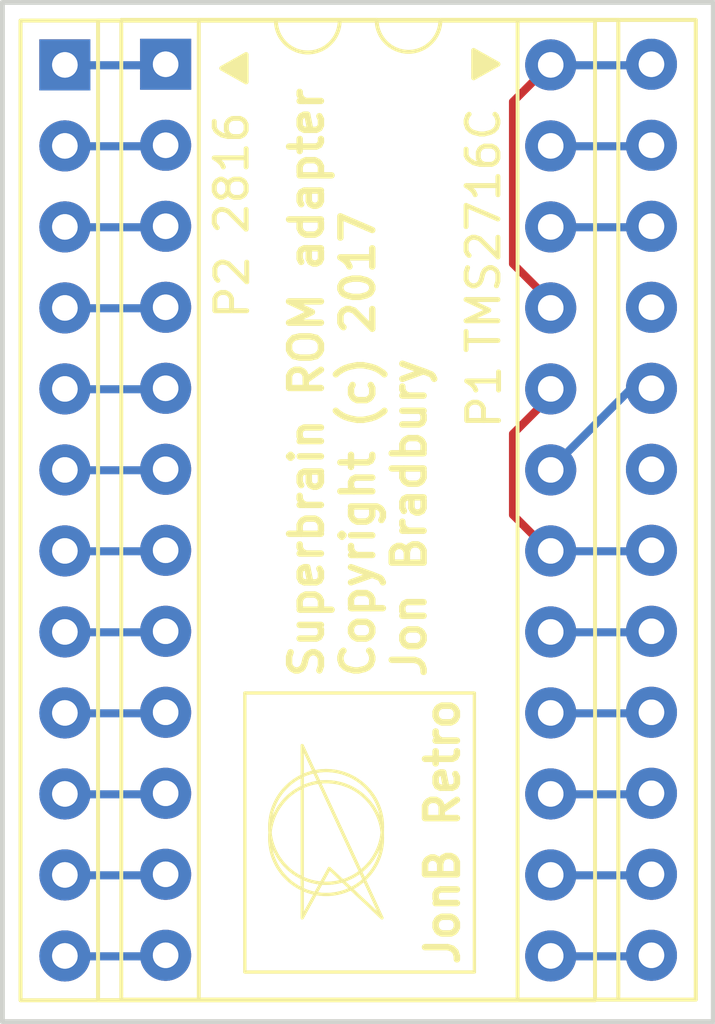
<source format=kicad_pcb>
(kicad_pcb (version 4) (host pcbnew 4.0.5)

  (general
    (links 72)
    (no_connects 0)
    (area 102.994999 89.294999 125.445001 121.405001)
    (thickness 1.6)
    (drawings 31)
    (tracks 158)
    (zones 0)
    (modules 4)
    (nets 25)
  )

  (page A4)
  (layers
    (0 F.Cu signal)
    (31 B.Cu signal)
    (32 B.Adhes user)
    (33 F.Adhes user)
    (34 B.Paste user)
    (35 F.Paste user)
    (36 B.SilkS user)
    (37 F.SilkS user)
    (38 B.Mask user)
    (39 F.Mask user)
    (40 Dwgs.User user)
    (41 Cmts.User user)
    (42 Eco1.User user)
    (43 Eco2.User user)
    (44 Edge.Cuts user)
    (45 Margin user)
    (46 B.CrtYd user)
    (47 F.CrtYd user)
    (48 B.Fab user)
    (49 F.Fab user)
  )

  (setup
    (last_trace_width 0.25)
    (trace_clearance 0.2)
    (zone_clearance 0.508)
    (zone_45_only no)
    (trace_min 0.2)
    (segment_width 0.2)
    (edge_width 0.15)
    (via_size 0.6)
    (via_drill 0.4)
    (via_min_size 0.4)
    (via_min_drill 0.3)
    (uvia_size 0.3)
    (uvia_drill 0.1)
    (uvias_allowed no)
    (uvia_min_size 0.2)
    (uvia_min_drill 0.1)
    (pcb_text_width 0.3)
    (pcb_text_size 1.5 1.5)
    (mod_edge_width 0.15)
    (mod_text_size 1 1)
    (mod_text_width 0.15)
    (pad_size 1.524 1.524)
    (pad_drill 0.762)
    (pad_to_mask_clearance 0.2)
    (aux_axis_origin 0 0)
    (visible_elements 7FFFF7FF)
    (pcbplotparams
      (layerselection 0x010f0_80000001)
      (usegerberextensions true)
      (excludeedgelayer false)
      (linewidth 0.100000)
      (plotframeref false)
      (viasonmask false)
      (mode 1)
      (useauxorigin false)
      (hpglpennumber 1)
      (hpglpenspeed 20)
      (hpglpendiameter 15)
      (hpglpenoverlay 2)
      (psnegative false)
      (psa4output false)
      (plotreference true)
      (plotvalue true)
      (plotinvisibletext false)
      (padsonsilk false)
      (subtractmaskfromsilk true)
      (outputformat 1)
      (mirror false)
      (drillshape 0)
      (scaleselection 1)
      (outputdirectory ""))
  )

  (net 0 "")
  (net 1 /A7)
  (net 2 /D3)
  (net 3 /A6)
  (net 4 /D4)
  (net 5 /A5)
  (net 6 /D5)
  (net 7 /A4)
  (net 8 /D6)
  (net 9 /A3)
  (net 10 /D7)
  (net 11 /A2)
  (net 12 //CS)
  (net 13 /A1)
  (net 14 /A0)
  (net 15 /A10)
  (net 16 /D0)
  (net 17 /D1)
  (net 18 /A9)
  (net 19 /D2)
  (net 20 /A8)
  (net 21 //WE)
  (net 22 /VDD-+12v)
  (net 23 /Vbb.-5v)
  (net 24 /GND)

  (net_class Default "This is the default net class."
    (clearance 0.2)
    (trace_width 0.25)
    (via_dia 0.6)
    (via_drill 0.4)
    (uvia_dia 0.3)
    (uvia_drill 0.1)
    (add_net //CS)
    (add_net //WE)
    (add_net /A0)
    (add_net /A1)
    (add_net /A10)
    (add_net /A2)
    (add_net /A3)
    (add_net /A4)
    (add_net /A5)
    (add_net /A6)
    (add_net /A7)
    (add_net /A8)
    (add_net /A9)
    (add_net /D0)
    (add_net /D1)
    (add_net /D2)
    (add_net /D3)
    (add_net /D4)
    (add_net /D5)
    (add_net /D6)
    (add_net /D7)
    (add_net /GND)
    (add_net /VDD-+12v)
    (add_net /Vbb.-5v)
  )

  (module Housings_DIP:DIP-24_W15.24mm_Socket (layer F.Cu) (tedit 58EE5273) (tstamp 58EE5571)
    (at 105.03 91.33)
    (descr "24-lead dip package, row spacing 15.24 mm (600 mils), Socket")
    (tags "DIL DIP PDIP 2.54mm 15.24mm 600mil Socket")
    (path /58ECEC0A)
    (fp_text reference P2 (at 5.25 6.97 90) (layer F.SilkS)
      (effects (font (size 1 1) (thickness 0.15)))
    )
    (fp_text value "2816 ▲" (at 5.23 2.39 90) (layer F.SilkS)
      (effects (font (size 1 1) (thickness 0.15)))
    )
    (fp_text user "" (at 7.62 13.97) (layer F.Fab)
      (effects (font (size 1 1) (thickness 0.15)))
    )
    (fp_line (start 1.255 -1.27) (end 14.985 -1.27) (layer F.Fab) (width 0.1))
    (fp_line (start 14.985 -1.27) (end 14.985 29.21) (layer F.Fab) (width 0.1))
    (fp_line (start 14.985 29.21) (end 0.255 29.21) (layer F.Fab) (width 0.1))
    (fp_line (start 0.255 29.21) (end 0.255 -0.27) (layer F.Fab) (width 0.1))
    (fp_line (start 0.255 -0.27) (end 1.255 -1.27) (layer F.Fab) (width 0.1))
    (fp_line (start -1.27 -1.27) (end -1.27 29.21) (layer F.Fab) (width 0.1))
    (fp_line (start -1.27 29.21) (end 16.51 29.21) (layer F.Fab) (width 0.1))
    (fp_line (start 16.51 29.21) (end 16.51 -1.27) (layer F.Fab) (width 0.1))
    (fp_line (start 16.51 -1.27) (end -1.27 -1.27) (layer F.Fab) (width 0.1))
    (fp_line (start 6.62 -1.39) (end 1.04 -1.39) (layer F.SilkS) (width 0.12))
    (fp_line (start 1.04 -1.39) (end 1.04 29.33) (layer F.SilkS) (width 0.12))
    (fp_line (start 1.04 29.33) (end 14.2 29.33) (layer F.SilkS) (width 0.12))
    (fp_line (start 14.2 29.33) (end 14.2 -1.39) (layer F.SilkS) (width 0.12))
    (fp_line (start 14.2 -1.39) (end 8.62 -1.39) (layer F.SilkS) (width 0.12))
    (fp_line (start -1.39 -1.39) (end -1.39 29.33) (layer F.SilkS) (width 0.12))
    (fp_line (start -1.39 29.33) (end 16.63 29.33) (layer F.SilkS) (width 0.12))
    (fp_line (start 16.63 29.33) (end 16.63 -1.39) (layer F.SilkS) (width 0.12))
    (fp_line (start 16.63 -1.39) (end -1.39 -1.39) (layer F.SilkS) (width 0.12))
    (fp_line (start -1.7 -1.7) (end -1.7 29.6) (layer F.CrtYd) (width 0.05))
    (fp_line (start -1.7 29.6) (end 16.9 29.6) (layer F.CrtYd) (width 0.05))
    (fp_line (start 16.9 29.6) (end 16.9 -1.7) (layer F.CrtYd) (width 0.05))
    (fp_line (start 16.9 -1.7) (end -1.7 -1.7) (layer F.CrtYd) (width 0.05))
    (fp_arc (start 7.62 -1.39) (end 6.62 -1.39) (angle -180) (layer F.SilkS) (width 0.12))
    (pad 1 thru_hole rect (at 0 0) (size 1.6 1.6) (drill 0.8) (layers *.Cu *.Mask)
      (net 1 /A7))
    (pad 13 thru_hole oval (at 15.24 27.94) (size 1.6 1.6) (drill 0.8) (layers *.Cu *.Mask)
      (net 2 /D3))
    (pad 2 thru_hole oval (at 0 2.54) (size 1.6 1.6) (drill 0.8) (layers *.Cu *.Mask)
      (net 3 /A6))
    (pad 14 thru_hole oval (at 15.24 25.4) (size 1.6 1.6) (drill 0.8) (layers *.Cu *.Mask)
      (net 4 /D4))
    (pad 3 thru_hole oval (at 0 5.08) (size 1.6 1.6) (drill 0.8) (layers *.Cu *.Mask)
      (net 5 /A5))
    (pad 15 thru_hole oval (at 15.24 22.86) (size 1.6 1.6) (drill 0.8) (layers *.Cu *.Mask)
      (net 6 /D5))
    (pad 4 thru_hole oval (at 0 7.62) (size 1.6 1.6) (drill 0.8) (layers *.Cu *.Mask)
      (net 7 /A4))
    (pad 16 thru_hole oval (at 15.24 20.32) (size 1.6 1.6) (drill 0.8) (layers *.Cu *.Mask)
      (net 8 /D6))
    (pad 5 thru_hole oval (at 0 10.16) (size 1.6 1.6) (drill 0.8) (layers *.Cu *.Mask)
      (net 9 /A3))
    (pad 17 thru_hole oval (at 15.24 17.78) (size 1.6 1.6) (drill 0.8) (layers *.Cu *.Mask)
      (net 10 /D7))
    (pad 6 thru_hole oval (at 0 12.7) (size 1.6 1.6) (drill 0.8) (layers *.Cu *.Mask)
      (net 11 /A2))
    (pad 18 thru_hole oval (at 15.24 15.24) (size 1.6 1.6) (drill 0.8) (layers *.Cu *.Mask)
      (net 12 //CS))
    (pad 7 thru_hole oval (at 0 15.24) (size 1.6 1.6) (drill 0.8) (layers *.Cu *.Mask)
      (net 13 /A1))
    (pad 19 thru_hole oval (at 15.24 12.7) (size 1.6 1.6) (drill 0.8) (layers *.Cu *.Mask)
      (net 15 /A10))
    (pad 8 thru_hole oval (at 0 17.78) (size 1.6 1.6) (drill 0.8) (layers *.Cu *.Mask)
      (net 14 /A0))
    (pad 20 thru_hole oval (at 15.24 10.16) (size 1.6 1.6) (drill 0.8) (layers *.Cu *.Mask)
      (net 12 //CS))
    (pad 9 thru_hole oval (at 0 20.32) (size 1.6 1.6) (drill 0.8) (layers *.Cu *.Mask)
      (net 16 /D0))
    (pad 21 thru_hole oval (at 15.24 7.62) (size 1.6 1.6) (drill 0.8) (layers *.Cu *.Mask)
      (net 21 //WE))
    (pad 10 thru_hole oval (at 0 22.86) (size 1.6 1.6) (drill 0.8) (layers *.Cu *.Mask)
      (net 17 /D1))
    (pad 22 thru_hole oval (at 15.24 5.08) (size 1.6 1.6) (drill 0.8) (layers *.Cu *.Mask)
      (net 18 /A9))
    (pad 11 thru_hole oval (at 0 25.4) (size 1.6 1.6) (drill 0.8) (layers *.Cu *.Mask)
      (net 19 /D2))
    (pad 23 thru_hole oval (at 15.24 2.54) (size 1.6 1.6) (drill 0.8) (layers *.Cu *.Mask)
      (net 20 /A8))
    (pad 12 thru_hole oval (at 0 27.94) (size 1.6 1.6) (drill 0.8) (layers *.Cu *.Mask)
      (net 24 /GND))
    (pad 24 thru_hole oval (at 15.24 0) (size 1.6 1.6) (drill 0.8) (layers *.Cu *.Mask)
      (net 21 //WE))
    (model Housings_DIP.3dshapes/DIP-24_W15.24mm_Socket.wrl
      (at (xyz 0 0 0))
      (scale (xyz 1 1 1))
      (rotate (xyz 0 0 0))
    )
  )

  (module Housings_DIP:DIP-24_W15.24mm_Socket (layer F.Cu) (tedit 58EE5266) (tstamp 58EE553E)
    (at 108.19 91.31)
    (descr "24-lead dip package, row spacing 15.24 mm (600 mils), Socket")
    (tags "DIL DIP PDIP 2.54mm 15.24mm 600mil Socket")
    (path /58ECEB30)
    (fp_text reference P1 (at 9.99 10.43 90) (layer F.SilkS)
      (effects (font (size 1 1) (thickness 0.15)))
    )
    (fp_text value "TMS2716C ▼" (at 9.97 4.21 90) (layer F.SilkS)
      (effects (font (size 1 1) (thickness 0.15)))
    )
    (fp_text user "" (at 7.62 13.97) (layer F.Fab)
      (effects (font (size 1 1) (thickness 0.15)))
    )
    (fp_line (start 1.255 -1.27) (end 14.985 -1.27) (layer F.Fab) (width 0.1))
    (fp_line (start 14.985 -1.27) (end 14.985 29.21) (layer F.Fab) (width 0.1))
    (fp_line (start 14.985 29.21) (end 0.255 29.21) (layer F.Fab) (width 0.1))
    (fp_line (start 0.255 29.21) (end 0.255 -0.27) (layer F.Fab) (width 0.1))
    (fp_line (start 0.255 -0.27) (end 1.255 -1.27) (layer F.Fab) (width 0.1))
    (fp_line (start -1.27 -1.27) (end -1.27 29.21) (layer F.Fab) (width 0.1))
    (fp_line (start -1.27 29.21) (end 16.51 29.21) (layer F.Fab) (width 0.1))
    (fp_line (start 16.51 29.21) (end 16.51 -1.27) (layer F.Fab) (width 0.1))
    (fp_line (start 16.51 -1.27) (end -1.27 -1.27) (layer F.Fab) (width 0.1))
    (fp_line (start 6.62 -1.39) (end 1.04 -1.39) (layer F.SilkS) (width 0.12))
    (fp_line (start 1.04 -1.39) (end 1.04 29.33) (layer F.SilkS) (width 0.12))
    (fp_line (start 1.04 29.33) (end 14.2 29.33) (layer F.SilkS) (width 0.12))
    (fp_line (start 14.2 29.33) (end 14.2 -1.39) (layer F.SilkS) (width 0.12))
    (fp_line (start 14.2 -1.39) (end 8.62 -1.39) (layer F.SilkS) (width 0.12))
    (fp_line (start -1.39 -1.39) (end -1.39 29.33) (layer F.SilkS) (width 0.12))
    (fp_line (start -1.39 29.33) (end 16.63 29.33) (layer F.SilkS) (width 0.12))
    (fp_line (start 16.63 29.33) (end 16.63 -1.39) (layer F.SilkS) (width 0.12))
    (fp_line (start 16.63 -1.39) (end -1.39 -1.39) (layer F.SilkS) (width 0.12))
    (fp_line (start -1.7 -1.7) (end -1.7 29.6) (layer F.CrtYd) (width 0.05))
    (fp_line (start -1.7 29.6) (end 16.9 29.6) (layer F.CrtYd) (width 0.05))
    (fp_line (start 16.9 29.6) (end 16.9 -1.7) (layer F.CrtYd) (width 0.05))
    (fp_line (start 16.9 -1.7) (end -1.7 -1.7) (layer F.CrtYd) (width 0.05))
    (fp_arc (start 7.62 -1.39) (end 6.62 -1.39) (angle -180) (layer F.SilkS) (width 0.12))
    (pad 1 thru_hole rect (at 0 0) (size 1.6 1.6) (drill 0.8) (layers *.Cu *.Mask)
      (net 1 /A7))
    (pad 13 thru_hole oval (at 15.24 27.94) (size 1.6 1.6) (drill 0.8) (layers *.Cu *.Mask)
      (net 2 /D3))
    (pad 2 thru_hole oval (at 0 2.54) (size 1.6 1.6) (drill 0.8) (layers *.Cu *.Mask)
      (net 3 /A6))
    (pad 14 thru_hole oval (at 15.24 25.4) (size 1.6 1.6) (drill 0.8) (layers *.Cu *.Mask)
      (net 4 /D4))
    (pad 3 thru_hole oval (at 0 5.08) (size 1.6 1.6) (drill 0.8) (layers *.Cu *.Mask)
      (net 5 /A5))
    (pad 15 thru_hole oval (at 15.24 22.86) (size 1.6 1.6) (drill 0.8) (layers *.Cu *.Mask)
      (net 6 /D5))
    (pad 4 thru_hole oval (at 0 7.62) (size 1.6 1.6) (drill 0.8) (layers *.Cu *.Mask)
      (net 7 /A4))
    (pad 16 thru_hole oval (at 15.24 20.32) (size 1.6 1.6) (drill 0.8) (layers *.Cu *.Mask)
      (net 8 /D6))
    (pad 5 thru_hole oval (at 0 10.16) (size 1.6 1.6) (drill 0.8) (layers *.Cu *.Mask)
      (net 9 /A3))
    (pad 17 thru_hole oval (at 15.24 17.78) (size 1.6 1.6) (drill 0.8) (layers *.Cu *.Mask)
      (net 10 /D7))
    (pad 6 thru_hole oval (at 0 12.7) (size 1.6 1.6) (drill 0.8) (layers *.Cu *.Mask)
      (net 11 /A2))
    (pad 18 thru_hole oval (at 15.24 15.24) (size 1.6 1.6) (drill 0.8) (layers *.Cu *.Mask)
      (net 12 //CS))
    (pad 7 thru_hole oval (at 0 15.24) (size 1.6 1.6) (drill 0.8) (layers *.Cu *.Mask)
      (net 13 /A1))
    (pad 19 thru_hole oval (at 15.24 12.7) (size 1.6 1.6) (drill 0.8) (layers *.Cu *.Mask)
      (net 22 /VDD-+12v))
    (pad 8 thru_hole oval (at 0 17.78) (size 1.6 1.6) (drill 0.8) (layers *.Cu *.Mask)
      (net 14 /A0))
    (pad 20 thru_hole oval (at 15.24 10.16) (size 1.6 1.6) (drill 0.8) (layers *.Cu *.Mask)
      (net 15 /A10))
    (pad 9 thru_hole oval (at 0 20.32) (size 1.6 1.6) (drill 0.8) (layers *.Cu *.Mask)
      (net 16 /D0))
    (pad 21 thru_hole oval (at 15.24 7.62) (size 1.6 1.6) (drill 0.8) (layers *.Cu *.Mask)
      (net 23 /Vbb.-5v))
    (pad 10 thru_hole oval (at 0 22.86) (size 1.6 1.6) (drill 0.8) (layers *.Cu *.Mask)
      (net 17 /D1))
    (pad 22 thru_hole oval (at 15.24 5.08) (size 1.6 1.6) (drill 0.8) (layers *.Cu *.Mask)
      (net 18 /A9))
    (pad 11 thru_hole oval (at 0 25.4) (size 1.6 1.6) (drill 0.8) (layers *.Cu *.Mask)
      (net 19 /D2))
    (pad 23 thru_hole oval (at 15.24 2.54) (size 1.6 1.6) (drill 0.8) (layers *.Cu *.Mask)
      (net 20 /A8))
    (pad 12 thru_hole oval (at 0 27.94) (size 1.6 1.6) (drill 0.8) (layers *.Cu *.Mask)
      (net 24 /GND))
    (pad 24 thru_hole oval (at 15.24 0) (size 1.6 1.6) (drill 0.8) (layers *.Cu *.Mask)
      (net 21 //WE))
    (model Housings_DIP.3dshapes/DIP-24_W15.24mm_Socket.wrl
      (at (xyz 0 0 0))
      (scale (xyz 1 1 1))
      (rotate (xyz 0 0 0))
    )
  )

  (module Housings_DIP:DIP-24_W15.24mm_Socket (layer F.Cu) (tedit 58EE5266) (tstamp 58ECF4CC)
    (at 108.19 91.31)
    (descr "24-lead dip package, row spacing 15.24 mm (600 mils), Socket")
    (tags "DIL DIP PDIP 2.54mm 15.24mm 600mil Socket")
    (path /58ECEB30)
    (fp_text reference P1 (at 9.99 10.43 90) (layer F.SilkS)
      (effects (font (size 1 1) (thickness 0.15)))
    )
    (fp_text value "TMS2716C ▼" (at 9.97 4.21 90) (layer F.SilkS)
      (effects (font (size 1 1) (thickness 0.15)))
    )
    (fp_text user "" (at 7.62 13.97) (layer F.Fab)
      (effects (font (size 1 1) (thickness 0.15)))
    )
    (fp_line (start 1.255 -1.27) (end 14.985 -1.27) (layer F.Fab) (width 0.1))
    (fp_line (start 14.985 -1.27) (end 14.985 29.21) (layer F.Fab) (width 0.1))
    (fp_line (start 14.985 29.21) (end 0.255 29.21) (layer F.Fab) (width 0.1))
    (fp_line (start 0.255 29.21) (end 0.255 -0.27) (layer F.Fab) (width 0.1))
    (fp_line (start 0.255 -0.27) (end 1.255 -1.27) (layer F.Fab) (width 0.1))
    (fp_line (start -1.27 -1.27) (end -1.27 29.21) (layer F.Fab) (width 0.1))
    (fp_line (start -1.27 29.21) (end 16.51 29.21) (layer F.Fab) (width 0.1))
    (fp_line (start 16.51 29.21) (end 16.51 -1.27) (layer F.Fab) (width 0.1))
    (fp_line (start 16.51 -1.27) (end -1.27 -1.27) (layer F.Fab) (width 0.1))
    (fp_line (start 6.62 -1.39) (end 1.04 -1.39) (layer F.SilkS) (width 0.12))
    (fp_line (start 1.04 -1.39) (end 1.04 29.33) (layer F.SilkS) (width 0.12))
    (fp_line (start 1.04 29.33) (end 14.2 29.33) (layer F.SilkS) (width 0.12))
    (fp_line (start 14.2 29.33) (end 14.2 -1.39) (layer F.SilkS) (width 0.12))
    (fp_line (start 14.2 -1.39) (end 8.62 -1.39) (layer F.SilkS) (width 0.12))
    (fp_line (start -1.39 -1.39) (end -1.39 29.33) (layer F.SilkS) (width 0.12))
    (fp_line (start -1.39 29.33) (end 16.63 29.33) (layer F.SilkS) (width 0.12))
    (fp_line (start 16.63 29.33) (end 16.63 -1.39) (layer F.SilkS) (width 0.12))
    (fp_line (start 16.63 -1.39) (end -1.39 -1.39) (layer F.SilkS) (width 0.12))
    (fp_line (start -1.7 -1.7) (end -1.7 29.6) (layer F.CrtYd) (width 0.05))
    (fp_line (start -1.7 29.6) (end 16.9 29.6) (layer F.CrtYd) (width 0.05))
    (fp_line (start 16.9 29.6) (end 16.9 -1.7) (layer F.CrtYd) (width 0.05))
    (fp_line (start 16.9 -1.7) (end -1.7 -1.7) (layer F.CrtYd) (width 0.05))
    (fp_arc (start 7.62 -1.39) (end 6.62 -1.39) (angle -180) (layer F.SilkS) (width 0.12))
    (pad 1 thru_hole rect (at 0 0) (size 1.6 1.6) (drill 0.8) (layers *.Cu *.Mask)
      (net 1 /A7))
    (pad 13 thru_hole oval (at 15.24 27.94) (size 1.6 1.6) (drill 0.8) (layers *.Cu *.Mask)
      (net 2 /D3))
    (pad 2 thru_hole oval (at 0 2.54) (size 1.6 1.6) (drill 0.8) (layers *.Cu *.Mask)
      (net 3 /A6))
    (pad 14 thru_hole oval (at 15.24 25.4) (size 1.6 1.6) (drill 0.8) (layers *.Cu *.Mask)
      (net 4 /D4))
    (pad 3 thru_hole oval (at 0 5.08) (size 1.6 1.6) (drill 0.8) (layers *.Cu *.Mask)
      (net 5 /A5))
    (pad 15 thru_hole oval (at 15.24 22.86) (size 1.6 1.6) (drill 0.8) (layers *.Cu *.Mask)
      (net 6 /D5))
    (pad 4 thru_hole oval (at 0 7.62) (size 1.6 1.6) (drill 0.8) (layers *.Cu *.Mask)
      (net 7 /A4))
    (pad 16 thru_hole oval (at 15.24 20.32) (size 1.6 1.6) (drill 0.8) (layers *.Cu *.Mask)
      (net 8 /D6))
    (pad 5 thru_hole oval (at 0 10.16) (size 1.6 1.6) (drill 0.8) (layers *.Cu *.Mask)
      (net 9 /A3))
    (pad 17 thru_hole oval (at 15.24 17.78) (size 1.6 1.6) (drill 0.8) (layers *.Cu *.Mask)
      (net 10 /D7))
    (pad 6 thru_hole oval (at 0 12.7) (size 1.6 1.6) (drill 0.8) (layers *.Cu *.Mask)
      (net 11 /A2))
    (pad 18 thru_hole oval (at 15.24 15.24) (size 1.6 1.6) (drill 0.8) (layers *.Cu *.Mask)
      (net 12 //CS))
    (pad 7 thru_hole oval (at 0 15.24) (size 1.6 1.6) (drill 0.8) (layers *.Cu *.Mask)
      (net 13 /A1))
    (pad 19 thru_hole oval (at 15.24 12.7) (size 1.6 1.6) (drill 0.8) (layers *.Cu *.Mask)
      (net 22 /VDD-+12v))
    (pad 8 thru_hole oval (at 0 17.78) (size 1.6 1.6) (drill 0.8) (layers *.Cu *.Mask)
      (net 14 /A0))
    (pad 20 thru_hole oval (at 15.24 10.16) (size 1.6 1.6) (drill 0.8) (layers *.Cu *.Mask)
      (net 15 /A10))
    (pad 9 thru_hole oval (at 0 20.32) (size 1.6 1.6) (drill 0.8) (layers *.Cu *.Mask)
      (net 16 /D0))
    (pad 21 thru_hole oval (at 15.24 7.62) (size 1.6 1.6) (drill 0.8) (layers *.Cu *.Mask)
      (net 23 /Vbb.-5v))
    (pad 10 thru_hole oval (at 0 22.86) (size 1.6 1.6) (drill 0.8) (layers *.Cu *.Mask)
      (net 17 /D1))
    (pad 22 thru_hole oval (at 15.24 5.08) (size 1.6 1.6) (drill 0.8) (layers *.Cu *.Mask)
      (net 18 /A9))
    (pad 11 thru_hole oval (at 0 25.4) (size 1.6 1.6) (drill 0.8) (layers *.Cu *.Mask)
      (net 19 /D2))
    (pad 23 thru_hole oval (at 15.24 2.54) (size 1.6 1.6) (drill 0.8) (layers *.Cu *.Mask)
      (net 20 /A8))
    (pad 12 thru_hole oval (at 0 27.94) (size 1.6 1.6) (drill 0.8) (layers *.Cu *.Mask)
      (net 24 /GND))
    (pad 24 thru_hole oval (at 15.24 0) (size 1.6 1.6) (drill 0.8) (layers *.Cu *.Mask)
      (net 21 //WE))
    (model Housings_DIP.3dshapes/DIP-24_W15.24mm_Socket.wrl
      (at (xyz 0 0 0))
      (scale (xyz 1 1 1))
      (rotate (xyz 0 0 0))
    )
  )

  (module Housings_DIP:DIP-24_W15.24mm_Socket (layer F.Cu) (tedit 58EE5273) (tstamp 58ECF4E8)
    (at 105.03 91.33)
    (descr "24-lead dip package, row spacing 15.24 mm (600 mils), Socket")
    (tags "DIL DIP PDIP 2.54mm 15.24mm 600mil Socket")
    (path /58ECEC0A)
    (fp_text reference P2 (at 5.25 6.97 90) (layer F.SilkS)
      (effects (font (size 1 1) (thickness 0.15)))
    )
    (fp_text value "2816 ▲" (at 5.23 2.39 90) (layer F.SilkS)
      (effects (font (size 1 1) (thickness 0.15)))
    )
    (fp_text user "" (at 7.62 13.97) (layer F.Fab)
      (effects (font (size 1 1) (thickness 0.15)))
    )
    (fp_line (start 1.255 -1.27) (end 14.985 -1.27) (layer F.Fab) (width 0.1))
    (fp_line (start 14.985 -1.27) (end 14.985 29.21) (layer F.Fab) (width 0.1))
    (fp_line (start 14.985 29.21) (end 0.255 29.21) (layer F.Fab) (width 0.1))
    (fp_line (start 0.255 29.21) (end 0.255 -0.27) (layer F.Fab) (width 0.1))
    (fp_line (start 0.255 -0.27) (end 1.255 -1.27) (layer F.Fab) (width 0.1))
    (fp_line (start -1.27 -1.27) (end -1.27 29.21) (layer F.Fab) (width 0.1))
    (fp_line (start -1.27 29.21) (end 16.51 29.21) (layer F.Fab) (width 0.1))
    (fp_line (start 16.51 29.21) (end 16.51 -1.27) (layer F.Fab) (width 0.1))
    (fp_line (start 16.51 -1.27) (end -1.27 -1.27) (layer F.Fab) (width 0.1))
    (fp_line (start 6.62 -1.39) (end 1.04 -1.39) (layer F.SilkS) (width 0.12))
    (fp_line (start 1.04 -1.39) (end 1.04 29.33) (layer F.SilkS) (width 0.12))
    (fp_line (start 1.04 29.33) (end 14.2 29.33) (layer F.SilkS) (width 0.12))
    (fp_line (start 14.2 29.33) (end 14.2 -1.39) (layer F.SilkS) (width 0.12))
    (fp_line (start 14.2 -1.39) (end 8.62 -1.39) (layer F.SilkS) (width 0.12))
    (fp_line (start -1.39 -1.39) (end -1.39 29.33) (layer F.SilkS) (width 0.12))
    (fp_line (start -1.39 29.33) (end 16.63 29.33) (layer F.SilkS) (width 0.12))
    (fp_line (start 16.63 29.33) (end 16.63 -1.39) (layer F.SilkS) (width 0.12))
    (fp_line (start 16.63 -1.39) (end -1.39 -1.39) (layer F.SilkS) (width 0.12))
    (fp_line (start -1.7 -1.7) (end -1.7 29.6) (layer F.CrtYd) (width 0.05))
    (fp_line (start -1.7 29.6) (end 16.9 29.6) (layer F.CrtYd) (width 0.05))
    (fp_line (start 16.9 29.6) (end 16.9 -1.7) (layer F.CrtYd) (width 0.05))
    (fp_line (start 16.9 -1.7) (end -1.7 -1.7) (layer F.CrtYd) (width 0.05))
    (fp_arc (start 7.62 -1.39) (end 6.62 -1.39) (angle -180) (layer F.SilkS) (width 0.12))
    (pad 1 thru_hole rect (at 0 0) (size 1.6 1.6) (drill 0.8) (layers *.Cu *.Mask)
      (net 1 /A7))
    (pad 13 thru_hole oval (at 15.24 27.94) (size 1.6 1.6) (drill 0.8) (layers *.Cu *.Mask)
      (net 2 /D3))
    (pad 2 thru_hole oval (at 0 2.54) (size 1.6 1.6) (drill 0.8) (layers *.Cu *.Mask)
      (net 3 /A6))
    (pad 14 thru_hole oval (at 15.24 25.4) (size 1.6 1.6) (drill 0.8) (layers *.Cu *.Mask)
      (net 4 /D4))
    (pad 3 thru_hole oval (at 0 5.08) (size 1.6 1.6) (drill 0.8) (layers *.Cu *.Mask)
      (net 5 /A5))
    (pad 15 thru_hole oval (at 15.24 22.86) (size 1.6 1.6) (drill 0.8) (layers *.Cu *.Mask)
      (net 6 /D5))
    (pad 4 thru_hole oval (at 0 7.62) (size 1.6 1.6) (drill 0.8) (layers *.Cu *.Mask)
      (net 7 /A4))
    (pad 16 thru_hole oval (at 15.24 20.32) (size 1.6 1.6) (drill 0.8) (layers *.Cu *.Mask)
      (net 8 /D6))
    (pad 5 thru_hole oval (at 0 10.16) (size 1.6 1.6) (drill 0.8) (layers *.Cu *.Mask)
      (net 9 /A3))
    (pad 17 thru_hole oval (at 15.24 17.78) (size 1.6 1.6) (drill 0.8) (layers *.Cu *.Mask)
      (net 10 /D7))
    (pad 6 thru_hole oval (at 0 12.7) (size 1.6 1.6) (drill 0.8) (layers *.Cu *.Mask)
      (net 11 /A2))
    (pad 18 thru_hole oval (at 15.24 15.24) (size 1.6 1.6) (drill 0.8) (layers *.Cu *.Mask)
      (net 12 //CS))
    (pad 7 thru_hole oval (at 0 15.24) (size 1.6 1.6) (drill 0.8) (layers *.Cu *.Mask)
      (net 13 /A1))
    (pad 19 thru_hole oval (at 15.24 12.7) (size 1.6 1.6) (drill 0.8) (layers *.Cu *.Mask)
      (net 15 /A10))
    (pad 8 thru_hole oval (at 0 17.78) (size 1.6 1.6) (drill 0.8) (layers *.Cu *.Mask)
      (net 14 /A0))
    (pad 20 thru_hole oval (at 15.24 10.16) (size 1.6 1.6) (drill 0.8) (layers *.Cu *.Mask)
      (net 12 //CS))
    (pad 9 thru_hole oval (at 0 20.32) (size 1.6 1.6) (drill 0.8) (layers *.Cu *.Mask)
      (net 16 /D0))
    (pad 21 thru_hole oval (at 15.24 7.62) (size 1.6 1.6) (drill 0.8) (layers *.Cu *.Mask)
      (net 21 //WE))
    (pad 10 thru_hole oval (at 0 22.86) (size 1.6 1.6) (drill 0.8) (layers *.Cu *.Mask)
      (net 17 /D1))
    (pad 22 thru_hole oval (at 15.24 5.08) (size 1.6 1.6) (drill 0.8) (layers *.Cu *.Mask)
      (net 18 /A9))
    (pad 11 thru_hole oval (at 0 25.4) (size 1.6 1.6) (drill 0.8) (layers *.Cu *.Mask)
      (net 19 /D2))
    (pad 23 thru_hole oval (at 15.24 2.54) (size 1.6 1.6) (drill 0.8) (layers *.Cu *.Mask)
      (net 20 /A8))
    (pad 12 thru_hole oval (at 0 27.94) (size 1.6 1.6) (drill 0.8) (layers *.Cu *.Mask)
      (net 24 /GND))
    (pad 24 thru_hole oval (at 15.24 0) (size 1.6 1.6) (drill 0.8) (layers *.Cu *.Mask)
      (net 21 //WE))
    (model Housings_DIP.3dshapes/DIP-24_W15.24mm_Socket.wrl
      (at (xyz 0 0 0))
      (scale (xyz 1 1 1))
      (rotate (xyz 0 0 0))
    )
  )

  (gr_line (start 125.37 89.37) (end 125.37 121.33) (angle 90) (layer Edge.Cuts) (width 0.15) (tstamp 58EE5601))
  (gr_line (start 125.37 121.33) (end 103.07 121.33) (angle 90) (layer Edge.Cuts) (width 0.15) (tstamp 58EE5600))
  (gr_line (start 103.07 121.33) (end 103.07 89.37) (angle 90) (layer Edge.Cuts) (width 0.15) (tstamp 58EE55FF))
  (gr_line (start 103.07 89.37) (end 125.37 89.37) (angle 90) (layer Edge.Cuts) (width 0.15) (tstamp 58EE55FE))
  (gr_circle (center 113.225 115.575) (end 114.475 114.325) (layer F.SilkS) (width 0.1) (tstamp 58EE55FD))
  (gr_circle (center 113.225 115.225) (end 114.475 113.975) (layer F.SilkS) (width 0.1) (tstamp 58EE55FC))
  (gr_line (start 112.475 118.075) (end 112.475 112.675) (angle 90) (layer F.SilkS) (width 0.1) (tstamp 58EE55FB))
  (gr_line (start 114.975 118.075) (end 112.475 112.675) (angle 90) (layer F.SilkS) (width 0.1) (tstamp 58EE55FA))
  (gr_line (start 112.475 118.075) (end 113.325 116.525) (angle 90) (layer F.SilkS) (width 0.1) (tstamp 58EE55F9))
  (gr_line (start 113.325 116.525) (end 114.975 118.075) (angle 90) (layer F.SilkS) (width 0.1) (tstamp 58EE55F8))
  (gr_text "JonB Retro" (at 116.875 115.375 90) (layer F.SilkS) (tstamp 58EE55F7)
    (effects (font (size 1 1) (thickness 0.2)))
  )
  (gr_line (start 117.875 111.025) (end 110.675 111.025) (angle 90) (layer F.SilkS) (width 0.1) (tstamp 58EE55F6))
  (gr_line (start 110.675 111.025) (end 110.675 119.775) (angle 90) (layer F.SilkS) (width 0.1) (tstamp 58EE55F5))
  (gr_line (start 110.675 119.775) (end 117.875 119.775) (angle 90) (layer F.SilkS) (width 0.1) (tstamp 58EE55F4))
  (gr_line (start 117.875 119.775) (end 117.875 111.025) (angle 90) (layer F.SilkS) (width 0.1) (tstamp 58EE55F3))
  (gr_text "Superbrain ROM adapter\nCopyright (c) 2017\nJon Bradbury" (at 114.22 110.64 90) (layer F.SilkS)
    (effects (font (size 1 1) (thickness 0.2)) (justify left))
  )
  (gr_line (start 117.875 119.775) (end 117.875 111.025) (angle 90) (layer F.SilkS) (width 0.1))
  (gr_line (start 110.675 119.775) (end 117.875 119.775) (angle 90) (layer F.SilkS) (width 0.1))
  (gr_line (start 110.675 111.025) (end 110.675 119.775) (angle 90) (layer F.SilkS) (width 0.1))
  (gr_line (start 117.875 111.025) (end 110.675 111.025) (angle 90) (layer F.SilkS) (width 0.1))
  (gr_text "JonB Retro" (at 116.875 115.375 90) (layer F.SilkS)
    (effects (font (size 1 1) (thickness 0.2)))
  )
  (gr_line (start 113.325 116.525) (end 114.975 118.075) (angle 90) (layer F.SilkS) (width 0.1))
  (gr_line (start 112.475 118.075) (end 113.325 116.525) (angle 90) (layer F.SilkS) (width 0.1))
  (gr_line (start 114.975 118.075) (end 112.475 112.675) (angle 90) (layer F.SilkS) (width 0.1))
  (gr_line (start 112.475 118.075) (end 112.475 112.675) (angle 90) (layer F.SilkS) (width 0.1))
  (gr_circle (center 113.225 115.225) (end 114.475 113.975) (layer F.SilkS) (width 0.1) (tstamp 58A07AD6))
  (gr_circle (center 113.225 115.575) (end 114.475 114.325) (layer F.SilkS) (width 0.1))
  (gr_line (start 103.07 89.37) (end 125.37 89.37) (angle 90) (layer Edge.Cuts) (width 0.15))
  (gr_line (start 103.07 121.33) (end 103.07 89.37) (angle 90) (layer Edge.Cuts) (width 0.15))
  (gr_line (start 125.37 121.33) (end 103.07 121.33) (angle 90) (layer Edge.Cuts) (width 0.15))
  (gr_line (start 125.37 89.37) (end 125.37 121.33) (angle 90) (layer Edge.Cuts) (width 0.15))

  (segment (start 104.989 91.342) (end 105.03 91.33) (width 0.25) (layer B.Cu) (net 1) (tstamp 58EE55A6) (status 80000))
  (segment (start 108.164 91.342) (end 104.989 91.342) (width 0.25) (layer B.Cu) (net 1) (tstamp 58EE55A5) (status 80000))
  (segment (start 108.19 91.31) (end 108.164 91.342) (width 0.25) (layer B.Cu) (net 1) (tstamp 58EE55A4) (status 80000))
  (segment (start 108.19 91.31) (end 108.164 91.342) (width 0.25) (layer B.Cu) (net 1) (status 80000))
  (segment (start 108.164 91.342) (end 104.989 91.342) (width 0.25) (layer B.Cu) (net 1) (status 80000))
  (segment (start 104.989 91.342) (end 105.03 91.33) (width 0.25) (layer B.Cu) (net 1) (tstamp 58EE503E) (status 80000))
  (segment (start 123.404 119.282) (end 123.43 119.25) (width 0.25) (layer B.Cu) (net 2) (tstamp 58EE55A9) (status 80000))
  (segment (start 120.229 119.282) (end 123.404 119.282) (width 0.25) (layer B.Cu) (net 2) (tstamp 58EE55A8) (status 80000))
  (segment (start 120.27 119.27) (end 120.229 119.282) (width 0.25) (layer B.Cu) (net 2) (tstamp 58EE55A7) (status 80000))
  (segment (start 120.27 119.27) (end 120.229 119.282) (width 0.25) (layer B.Cu) (net 2) (status 80000))
  (segment (start 120.229 119.282) (end 123.404 119.282) (width 0.25) (layer B.Cu) (net 2) (status 80000))
  (segment (start 123.404 119.282) (end 123.43 119.25) (width 0.25) (layer B.Cu) (net 2) (tstamp 58EE5048) (status 80000))
  (segment (start 104.989 93.882) (end 105.03 93.87) (width 0.25) (layer B.Cu) (net 3) (tstamp 58EE55AC) (status 80000))
  (segment (start 108.164 93.882) (end 104.989 93.882) (width 0.25) (layer B.Cu) (net 3) (tstamp 58EE55AB) (status 80000))
  (segment (start 108.19 93.85) (end 108.164 93.882) (width 0.25) (layer B.Cu) (net 3) (tstamp 58EE55AA) (status 80000))
  (segment (start 108.19 93.85) (end 108.164 93.882) (width 0.25) (layer B.Cu) (net 3) (status 80000))
  (segment (start 108.164 93.882) (end 104.989 93.882) (width 0.25) (layer B.Cu) (net 3) (status 80000))
  (segment (start 104.989 93.882) (end 105.03 93.87) (width 0.25) (layer B.Cu) (net 3) (tstamp 58EE5047) (status 80000))
  (segment (start 120.229 116.742) (end 120.27 116.73) (width 0.25) (layer B.Cu) (net 4) (tstamp 58EE55AF) (status 80000))
  (segment (start 123.404 116.742) (end 120.229 116.742) (width 0.25) (layer B.Cu) (net 4) (tstamp 58EE55AE) (status 80000))
  (segment (start 123.43 116.71) (end 123.404 116.742) (width 0.25) (layer B.Cu) (net 4) (tstamp 58EE55AD) (status 80000))
  (segment (start 123.43 116.71) (end 123.404 116.742) (width 0.25) (layer B.Cu) (net 4) (status 80000))
  (segment (start 123.404 116.742) (end 120.229 116.742) (width 0.25) (layer B.Cu) (net 4) (status 80000))
  (segment (start 120.229 116.742) (end 120.27 116.73) (width 0.25) (layer B.Cu) (net 4) (tstamp 58EE5046) (status 80000))
  (segment (start 104.989 96.422) (end 105.03 96.41) (width 0.25) (layer B.Cu) (net 5) (tstamp 58EE55B2) (status 80000))
  (segment (start 108.164 96.422) (end 104.989 96.422) (width 0.25) (layer B.Cu) (net 5) (tstamp 58EE55B1) (status 80000))
  (segment (start 108.19 96.39) (end 108.164 96.422) (width 0.25) (layer B.Cu) (net 5) (tstamp 58EE55B0) (status 80000))
  (segment (start 108.19 96.39) (end 108.164 96.422) (width 0.25) (layer B.Cu) (net 5) (status 80000))
  (segment (start 108.164 96.422) (end 104.989 96.422) (width 0.25) (layer B.Cu) (net 5) (status 80000))
  (segment (start 104.989 96.422) (end 105.03 96.41) (width 0.25) (layer B.Cu) (net 5) (tstamp 58EE5045) (status 80000))
  (segment (start 120.229 114.202) (end 120.27 114.19) (width 0.25) (layer B.Cu) (net 6) (tstamp 58EE55B5) (status 80000))
  (segment (start 123.404 114.202) (end 120.229 114.202) (width 0.25) (layer B.Cu) (net 6) (tstamp 58EE55B4) (status 80000))
  (segment (start 123.43 114.17) (end 123.404 114.202) (width 0.25) (layer B.Cu) (net 6) (tstamp 58EE55B3) (status 80000))
  (segment (start 123.43 114.17) (end 123.404 114.202) (width 0.25) (layer B.Cu) (net 6) (status 80000))
  (segment (start 123.404 114.202) (end 120.229 114.202) (width 0.25) (layer B.Cu) (net 6) (status 80000))
  (segment (start 120.229 114.202) (end 120.27 114.19) (width 0.25) (layer B.Cu) (net 6) (tstamp 58EE5044) (status 80000))
  (segment (start 104.989 98.962) (end 105.03 98.95) (width 0.25) (layer B.Cu) (net 7) (tstamp 58EE55B8) (status 80000))
  (segment (start 108.164 98.962) (end 104.989 98.962) (width 0.25) (layer B.Cu) (net 7) (tstamp 58EE55B7) (status 80000))
  (segment (start 108.19 98.93) (end 108.164 98.962) (width 0.25) (layer B.Cu) (net 7) (tstamp 58EE55B6) (status 80000))
  (segment (start 108.19 98.93) (end 108.164 98.962) (width 0.25) (layer B.Cu) (net 7) (status 80000))
  (segment (start 108.164 98.962) (end 104.989 98.962) (width 0.25) (layer B.Cu) (net 7) (status 80000))
  (segment (start 104.989 98.962) (end 105.03 98.95) (width 0.25) (layer B.Cu) (net 7) (tstamp 58EE5043) (status 80000))
  (segment (start 120.229 111.662) (end 120.27 111.65) (width 0.25) (layer B.Cu) (net 8) (tstamp 58EE55BB) (status 80000))
  (segment (start 123.404 111.662) (end 120.229 111.662) (width 0.25) (layer B.Cu) (net 8) (tstamp 58EE55BA) (status 80000))
  (segment (start 123.43 111.63) (end 123.404 111.662) (width 0.25) (layer B.Cu) (net 8) (tstamp 58EE55B9) (status 80000))
  (segment (start 123.43 111.63) (end 123.404 111.662) (width 0.25) (layer B.Cu) (net 8) (status 80000))
  (segment (start 123.404 111.662) (end 120.229 111.662) (width 0.25) (layer B.Cu) (net 8) (status 80000))
  (segment (start 120.229 111.662) (end 120.27 111.65) (width 0.25) (layer B.Cu) (net 8) (tstamp 58EE5042) (status 80000))
  (segment (start 104.989 101.502) (end 105.03 101.49) (width 0.25) (layer B.Cu) (net 9) (tstamp 58EE55BE) (status 80000))
  (segment (start 108.164 101.502) (end 104.989 101.502) (width 0.25) (layer B.Cu) (net 9) (tstamp 58EE55BD) (status 80000))
  (segment (start 108.19 101.47) (end 108.164 101.502) (width 0.25) (layer B.Cu) (net 9) (tstamp 58EE55BC) (status 80000))
  (segment (start 108.19 101.47) (end 108.164 101.502) (width 0.25) (layer B.Cu) (net 9) (status 80000))
  (segment (start 108.164 101.502) (end 104.989 101.502) (width 0.25) (layer B.Cu) (net 9) (status 80000))
  (segment (start 104.989 101.502) (end 105.03 101.49) (width 0.25) (layer B.Cu) (net 9) (tstamp 58EE5041) (status 80000))
  (segment (start 120.229 109.122) (end 120.27 109.11) (width 0.25) (layer B.Cu) (net 10) (tstamp 58EE55C1) (status 80000))
  (segment (start 123.404 109.122) (end 120.229 109.122) (width 0.25) (layer B.Cu) (net 10) (tstamp 58EE55C0) (status 80000))
  (segment (start 123.43 109.09) (end 123.404 109.122) (width 0.25) (layer B.Cu) (net 10) (tstamp 58EE55BF) (status 80000))
  (segment (start 123.43 109.09) (end 123.404 109.122) (width 0.25) (layer B.Cu) (net 10) (status 80000))
  (segment (start 123.404 109.122) (end 120.229 109.122) (width 0.25) (layer B.Cu) (net 10) (status 80000))
  (segment (start 120.229 109.122) (end 120.27 109.11) (width 0.25) (layer B.Cu) (net 10) (tstamp 58EE5040) (status 80000))
  (segment (start 104.989 104.042) (end 105.03 104.03) (width 0.25) (layer B.Cu) (net 11) (tstamp 58EE55C4) (status 80000))
  (segment (start 108.164 104.042) (end 104.989 104.042) (width 0.25) (layer B.Cu) (net 11) (tstamp 58EE55C3) (status 80000))
  (segment (start 108.19 104.01) (end 108.164 104.042) (width 0.25) (layer B.Cu) (net 11) (tstamp 58EE55C2) (status 80000))
  (segment (start 108.19 104.01) (end 108.164 104.042) (width 0.25) (layer B.Cu) (net 11) (status 80000))
  (segment (start 108.164 104.042) (end 104.989 104.042) (width 0.25) (layer B.Cu) (net 11) (status 80000))
  (segment (start 104.989 104.042) (end 105.03 104.03) (width 0.25) (layer B.Cu) (net 11) (tstamp 58EE503F) (status 80000))
  (segment (start 123.404 106.582) (end 123.43 106.55) (width 0.25) (layer B.Cu) (net 12) (tstamp 58EE55CD) (status 80000))
  (segment (start 120.229 106.582) (end 123.404 106.582) (width 0.25) (layer B.Cu) (net 12) (tstamp 58EE55CC) (status 80000))
  (segment (start 120.27 106.57) (end 120.229 106.582) (width 0.25) (layer B.Cu) (net 12) (tstamp 58EE55CB) (status 80000))
  (segment (start 120.229 101.502) (end 120.27 101.49) (width 0.25) (layer F.Cu) (net 12) (tstamp 58EE55CA) (status 80000))
  (segment (start 120.229 101.756) (end 120.229 101.502) (width 0.25) (layer F.Cu) (net 12) (tstamp 58EE55C9) (status 80000))
  (segment (start 119.086 102.899) (end 120.229 101.756) (width 0.25) (layer F.Cu) (net 12) (tstamp 58EE55C8) (status 80000))
  (segment (start 119.086 105.439) (end 119.086 102.899) (width 0.25) (layer F.Cu) (net 12) (tstamp 58EE55C7) (status 80000))
  (segment (start 120.229 106.582) (end 119.086 105.439) (width 0.25) (layer F.Cu) (net 12) (tstamp 58EE55C6) (status 80000))
  (segment (start 120.27 106.57) (end 120.229 106.582) (width 0.25) (layer F.Cu) (net 12) (tstamp 58EE55C5) (status 80000))
  (segment (start 120.27 106.57) (end 120.229 106.582) (width 0.25) (layer F.Cu) (net 12) (status 80000))
  (segment (start 120.229 106.582) (end 119.086 105.439) (width 0.25) (layer F.Cu) (net 12) (status 80000))
  (segment (start 119.086 105.439) (end 119.086 102.899) (width 0.25) (layer F.Cu) (net 12) (status 80000))
  (segment (start 119.086 102.899) (end 120.229 101.756) (width 0.25) (layer F.Cu) (net 12) (status 80000))
  (segment (start 120.229 101.756) (end 120.229 101.502) (width 0.25) (layer F.Cu) (net 12) (status 80000))
  (segment (start 120.229 101.502) (end 120.27 101.49) (width 0.25) (layer F.Cu) (net 12) (tstamp 58EE5049) (status 80000))
  (segment (start 120.27 106.57) (end 120.229 106.582) (width 0.25) (layer B.Cu) (net 12) (status 80000))
  (segment (start 120.229 106.582) (end 123.404 106.582) (width 0.25) (layer B.Cu) (net 12) (status 80000))
  (segment (start 123.404 106.582) (end 123.43 106.55) (width 0.25) (layer B.Cu) (net 12) (tstamp 58EE5034) (status 80000))
  (segment (start 104.989 106.582) (end 105.03 106.57) (width 0.25) (layer B.Cu) (net 13) (tstamp 58EE55D0) (status 80000))
  (segment (start 108.164 106.582) (end 104.989 106.582) (width 0.25) (layer B.Cu) (net 13) (tstamp 58EE55CF) (status 80000))
  (segment (start 108.19 106.55) (end 108.164 106.582) (width 0.25) (layer B.Cu) (net 13) (tstamp 58EE55CE) (status 80000))
  (segment (start 108.19 106.55) (end 108.164 106.582) (width 0.25) (layer B.Cu) (net 13) (status 80000))
  (segment (start 108.164 106.582) (end 104.989 106.582) (width 0.25) (layer B.Cu) (net 13) (status 80000))
  (segment (start 104.989 106.582) (end 105.03 106.57) (width 0.25) (layer B.Cu) (net 13) (tstamp 58EE503D) (status 80000))
  (segment (start 108.164 109.122) (end 108.19 109.09) (width 0.25) (layer B.Cu) (net 14) (tstamp 58EE55D3) (status 80000))
  (segment (start 104.989 109.122) (end 108.164 109.122) (width 0.25) (layer B.Cu) (net 14) (tstamp 58EE55D2) (status 80000))
  (segment (start 105.03 109.11) (end 104.989 109.122) (width 0.25) (layer B.Cu) (net 14) (tstamp 58EE55D1) (status 80000))
  (segment (start 105.03 109.11) (end 104.989 109.122) (width 0.25) (layer B.Cu) (net 14) (status 80000))
  (segment (start 104.989 109.122) (end 108.164 109.122) (width 0.25) (layer B.Cu) (net 14) (status 80000))
  (segment (start 108.164 109.122) (end 108.19 109.09) (width 0.25) (layer B.Cu) (net 14) (tstamp 58EE503C) (status 80000))
  (segment (start 123.404 101.502) (end 123.43 101.47) (width 0.25) (layer B.Cu) (net 15) (tstamp 58EE55D7) (status 80000))
  (segment (start 122.769 101.502) (end 123.404 101.502) (width 0.25) (layer B.Cu) (net 15) (tstamp 58EE55D6) (status 80000))
  (segment (start 120.229 104.042) (end 122.769 101.502) (width 0.25) (layer B.Cu) (net 15) (tstamp 58EE55D5) (status 80000))
  (segment (start 120.27 104.03) (end 120.229 104.042) (width 0.25) (layer B.Cu) (net 15) (tstamp 58EE55D4) (status 80000))
  (segment (start 120.27 104.03) (end 120.229 104.042) (width 0.25) (layer B.Cu) (net 15) (status 80000))
  (segment (start 120.229 104.042) (end 122.769 101.502) (width 0.25) (layer B.Cu) (net 15) (status 80000))
  (segment (start 122.769 101.502) (end 123.404 101.502) (width 0.25) (layer B.Cu) (net 15) (status 80000))
  (segment (start 123.404 101.502) (end 123.43 101.47) (width 0.25) (layer B.Cu) (net 15) (tstamp 58EE504B) (status 80000))
  (segment (start 108.164 111.662) (end 108.19 111.63) (width 0.25) (layer B.Cu) (net 16) (tstamp 58EE55DA) (status 80000))
  (segment (start 104.989 111.662) (end 108.164 111.662) (width 0.25) (layer B.Cu) (net 16) (tstamp 58EE55D9) (status 80000))
  (segment (start 105.03 111.65) (end 104.989 111.662) (width 0.25) (layer B.Cu) (net 16) (tstamp 58EE55D8) (status 80000))
  (segment (start 105.03 111.65) (end 104.989 111.662) (width 0.25) (layer B.Cu) (net 16) (status 80000))
  (segment (start 104.989 111.662) (end 108.164 111.662) (width 0.25) (layer B.Cu) (net 16) (status 80000))
  (segment (start 108.164 111.662) (end 108.19 111.63) (width 0.25) (layer B.Cu) (net 16) (tstamp 58EE503A) (status 80000))
  (segment (start 104.989 114.202) (end 105.03 114.19) (width 0.25) (layer B.Cu) (net 17) (tstamp 58EE55DD) (status 80000))
  (segment (start 108.164 114.202) (end 104.989 114.202) (width 0.25) (layer B.Cu) (net 17) (tstamp 58EE55DC) (status 80000))
  (segment (start 108.19 114.17) (end 108.164 114.202) (width 0.25) (layer B.Cu) (net 17) (tstamp 58EE55DB) (status 80000))
  (segment (start 108.19 114.17) (end 108.164 114.202) (width 0.25) (layer B.Cu) (net 17) (status 80000))
  (segment (start 108.164 114.202) (end 104.989 114.202) (width 0.25) (layer B.Cu) (net 17) (status 80000))
  (segment (start 104.989 114.202) (end 105.03 114.19) (width 0.25) (layer B.Cu) (net 17) (tstamp 58EE5039) (status 80000))
  (segment (start 120.229 96.422) (end 120.27 96.41) (width 0.25) (layer B.Cu) (net 18) (tstamp 58EE55E0) (status 80000))
  (segment (start 123.404 96.422) (end 120.229 96.422) (width 0.25) (layer B.Cu) (net 18) (tstamp 58EE55DF) (status 80000))
  (segment (start 123.43 96.39) (end 123.404 96.422) (width 0.25) (layer B.Cu) (net 18) (tstamp 58EE55DE) (status 80000))
  (segment (start 123.43 96.39) (end 123.404 96.422) (width 0.25) (layer B.Cu) (net 18) (status 80000))
  (segment (start 123.404 96.422) (end 120.229 96.422) (width 0.25) (layer B.Cu) (net 18) (status 80000))
  (segment (start 120.229 96.422) (end 120.27 96.41) (width 0.25) (layer B.Cu) (net 18) (tstamp 58EE5038) (status 80000))
  (segment (start 104.989 116.742) (end 105.03 116.73) (width 0.25) (layer B.Cu) (net 19) (tstamp 58EE55E3) (status 80000))
  (segment (start 108.164 116.742) (end 104.989 116.742) (width 0.25) (layer B.Cu) (net 19) (tstamp 58EE55E2) (status 80000))
  (segment (start 108.19 116.71) (end 108.164 116.742) (width 0.25) (layer B.Cu) (net 19) (tstamp 58EE55E1) (status 80000))
  (segment (start 108.19 116.71) (end 108.164 116.742) (width 0.25) (layer B.Cu) (net 19) (status 80000))
  (segment (start 108.164 116.742) (end 104.989 116.742) (width 0.25) (layer B.Cu) (net 19) (status 80000))
  (segment (start 104.989 116.742) (end 105.03 116.73) (width 0.25) (layer B.Cu) (net 19) (tstamp 58EE5037) (status 80000))
  (segment (start 120.229 93.882) (end 120.27 93.87) (width 0.25) (layer B.Cu) (net 20) (tstamp 58EE55E6) (status 80000))
  (segment (start 123.404 93.882) (end 120.229 93.882) (width 0.25) (layer B.Cu) (net 20) (tstamp 58EE55E5) (status 80000))
  (segment (start 123.43 93.85) (end 123.404 93.882) (width 0.25) (layer B.Cu) (net 20) (tstamp 58EE55E4) (status 80000))
  (segment (start 123.43 93.85) (end 123.404 93.882) (width 0.25) (layer B.Cu) (net 20) (status 80000))
  (segment (start 123.404 93.882) (end 120.229 93.882) (width 0.25) (layer B.Cu) (net 20) (status 80000))
  (segment (start 120.229 93.882) (end 120.27 93.87) (width 0.25) (layer B.Cu) (net 20) (tstamp 58EE5036) (status 80000))
  (segment (start 123.404 91.342) (end 123.43 91.31) (width 0.25) (layer B.Cu) (net 21) (tstamp 58EE55EF) (status 80000))
  (segment (start 120.229 91.342) (end 123.404 91.342) (width 0.25) (layer B.Cu) (net 21) (tstamp 58EE55EE) (status 80000))
  (segment (start 120.27 91.33) (end 120.229 91.342) (width 0.25) (layer B.Cu) (net 21) (tstamp 58EE55ED) (status 80000))
  (segment (start 120.229 98.962) (end 120.27 98.95) (width 0.25) (layer F.Cu) (net 21) (tstamp 58EE55EC) (status 80000))
  (segment (start 120.229 98.708) (end 120.229 98.962) (width 0.25) (layer F.Cu) (net 21) (tstamp 58EE55EB) (status 80000))
  (segment (start 119.086 97.565) (end 120.229 98.708) (width 0.25) (layer F.Cu) (net 21) (tstamp 58EE55EA) (status 80000))
  (segment (start 119.086 92.485) (end 119.086 97.565) (width 0.25) (layer F.Cu) (net 21) (tstamp 58EE55E9) (status 80000))
  (segment (start 120.229 91.342) (end 119.086 92.485) (width 0.25) (layer F.Cu) (net 21) (tstamp 58EE55E8) (status 80000))
  (segment (start 120.27 91.33) (end 120.229 91.342) (width 0.25) (layer F.Cu) (net 21) (tstamp 58EE55E7) (status 80000))
  (segment (start 120.27 91.33) (end 120.229 91.342) (width 0.25) (layer F.Cu) (net 21) (status 80000))
  (segment (start 120.229 91.342) (end 119.086 92.485) (width 0.25) (layer F.Cu) (net 21) (status 80000))
  (segment (start 119.086 92.485) (end 119.086 97.565) (width 0.25) (layer F.Cu) (net 21) (status 80000))
  (segment (start 119.086 97.565) (end 120.229 98.708) (width 0.25) (layer F.Cu) (net 21) (status 80000))
  (segment (start 120.229 98.708) (end 120.229 98.962) (width 0.25) (layer F.Cu) (net 21) (status 80000))
  (segment (start 120.229 98.962) (end 120.27 98.95) (width 0.25) (layer F.Cu) (net 21) (tstamp 58EE504A) (status 80000))
  (segment (start 120.27 91.33) (end 120.229 91.342) (width 0.25) (layer B.Cu) (net 21) (status 80000))
  (segment (start 120.229 91.342) (end 123.404 91.342) (width 0.25) (layer B.Cu) (net 21) (status 80000))
  (segment (start 123.404 91.342) (end 123.43 91.31) (width 0.25) (layer B.Cu) (net 21) (tstamp 58EE503B) (status 80000))
  (segment (start 108.164 119.282) (end 108.19 119.25) (width 0.25) (layer B.Cu) (net 24) (tstamp 58EE55F2) (status 80000))
  (segment (start 104.989 119.282) (end 108.164 119.282) (width 0.25) (layer B.Cu) (net 24) (tstamp 58EE55F1) (status 80000))
  (segment (start 105.03 119.27) (end 104.989 119.282) (width 0.25) (layer B.Cu) (net 24) (tstamp 58EE55F0) (status 80000))
  (segment (start 105.03 119.27) (end 104.989 119.282) (width 0.25) (layer B.Cu) (net 24) (status 80000))
  (segment (start 104.989 119.282) (end 108.164 119.282) (width 0.25) (layer B.Cu) (net 24) (status 80000))
  (segment (start 108.164 119.282) (end 108.19 119.25) (width 0.25) (layer B.Cu) (net 24) (tstamp 58EE5035) (status 80000))

)

</source>
